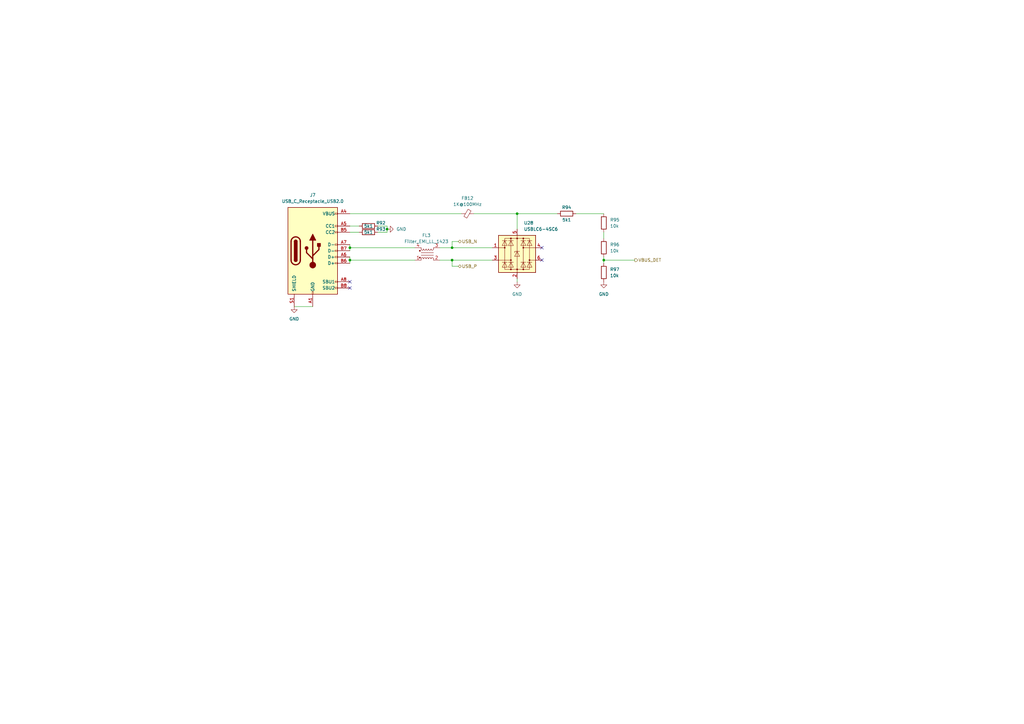
<source format=kicad_sch>
(kicad_sch (version 20211123) (generator eeschema)
  (paper "A3")
  (title_block (title "Kirdy") (date "2022-07-03") (rev "r0.1") (company "M-Labs") (comment 1 "Alex Wong Tat Hang"))
  (lib_symbols
    (symbol "Connector:USB_C_Receptacle_USB2.0" (pin_names (offset 1.016))
      (property "Reference" "J" (at -10.16 19.05 0))
      (property "Value" "USB_C_Receptacle_USB2.0" (at 19.05 19.05 0))
      (symbol "USB_C_Receptacle_USB2.0_0_0"
        (rectangle (start -0.254 -17.78) (end 0.254 -16.764))
        (rectangle (start 10.16 -14.986) (end 9.144 -15.494))
        (rectangle (start 10.16 -12.446) (end 9.144 -12.954))
        (rectangle (start 10.16 -4.826) (end 9.144 -5.334))
        (rectangle (start 10.16 -2.286) (end 9.144 -2.794))
        (rectangle (start 10.16 0.254) (end 9.144 -0.254))
        (rectangle (start 10.16 2.794) (end 9.144 2.286))
        (rectangle (start 10.16 7.874) (end 9.144 7.366))
        (rectangle (start 10.16 10.414) (end 9.144 9.906))
        (rectangle (start 10.16 15.494) (end 9.144 14.986))
      )
      (symbol "USB_C_Receptacle_USB2.0_0_1"
        (rectangle (start -10.16 17.78) (end 10.16 -17.78) (stroke (width 0.254)) (fill (type background)))
        (arc (start -8.89 -3.81) (mid -6.985 -5.715) (end -5.08 -3.81) (stroke (width 0.508)))
        (arc (start -7.62 -3.81) (mid -6.985 -4.445) (end -6.35 -3.81) (stroke (width 0.254)))
        (arc (start -7.62 -3.81) (mid -6.985 -4.445) (end -6.35 -3.81) (stroke (width 0.254)) (fill (type outline)))
        (rectangle (start -7.62 -3.81) (end -6.35 3.81) (stroke (width 0.254)) (fill (type outline)))
        (arc (start -6.35 3.81) (mid -6.985 4.445) (end -7.62 3.81) (stroke (width 0.254)))
        (arc (start -6.35 3.81) (mid -6.985 4.445) (end -7.62 3.81) (stroke (width 0.254)) (fill (type outline)))
        (arc (start -5.08 3.81) (mid -6.985 5.715) (end -8.89 3.81) (stroke (width 0.508)))
        (circle (center -2.54 1.143) (radius 0.635) (stroke (width 0.254)) (fill (type outline)))
        (circle (center 0 -5.842) (radius 1.27) (fill (type outline)))
        (polyline (pts (xy -8.89 -3.81) (xy -8.89 3.81)) (stroke (width 0.508)))
        (polyline (pts (xy -5.08 3.81) (xy -5.08 -3.81)) (stroke (width 0.508)))
        (polyline (pts (xy 0 -5.842) (xy 0 4.318)) (stroke (width 0.508)))
        (polyline (pts (xy 0 -3.302) (xy -2.54 -0.762) (xy -2.54 0.508)) (stroke (width 0.508)))
        (polyline (pts (xy 0 -2.032) (xy 2.54 0.508) (xy 2.54 1.778)) (stroke (width 0.508)))
        (polyline (pts (xy -1.27 4.318) (xy 0 6.858) (xy 1.27 4.318) (xy -1.27 4.318)) (stroke (width 0.254)) (fill (type outline)))
        (rectangle (start 1.905 1.778) (end 3.175 3.048) (stroke (width 0.254)) (fill (type outline)))
      )
      (symbol "USB_C_Receptacle_USB2.0_1_1"
        (pin passive line (at 0 -22.86 90) (length 5.08) (name "GND") (number "A1"))
        (pin passive line (at 0 -22.86 90) (length 5.08) hide (name "GND") (number "A12"))
        (pin passive line (at 15.24 15.24 180) (length 5.08) (name "VBUS") (number "A4"))
        (pin bidirectional line (at 15.24 10.16 180) (length 5.08) (name "CC1") (number "A5"))
        (pin bidirectional line (at 15.24 -2.54 180) (length 5.08) (name "D+") (number "A6"))
        (pin bidirectional line (at 15.24 2.54 180) (length 5.08) (name "D-") (number "A7"))
        (pin bidirectional line (at 15.24 -12.7 180) (length 5.08) (name "SBU1") (number "A8"))
        (pin passive line (at 15.24 15.24 180) (length 5.08) hide (name "VBUS") (number "A9"))
        (pin passive line (at 0 -22.86 90) (length 5.08) hide (name "GND") (number "B1"))
        (pin passive line (at 0 -22.86 90) (length 5.08) hide (name "GND") (number "B12"))
        (pin passive line (at 15.24 15.24 180) (length 5.08) hide (name "VBUS") (number "B4"))
        (pin bidirectional line (at 15.24 7.62 180) (length 5.08) (name "CC2") (number "B5"))
        (pin bidirectional line (at 15.24 -5.08 180) (length 5.08) (name "D+") (number "B6"))
        (pin bidirectional line (at 15.24 0 180) (length 5.08) (name "D-") (number "B7"))
        (pin bidirectional line (at 15.24 -15.24 180) (length 5.08) (name "SBU2") (number "B8"))
        (pin passive line (at 15.24 15.24 180) (length 5.08) hide (name "VBUS") (number "B9"))
        (pin passive line (at -7.62 -22.86 90) (length 5.08) (name "SHIELD") (number "S1"))
      )
    )
    (symbol "Device:FerriteBead_Small" (pin_numbers hide) (pin_names (offset 0))
      (property "Reference" "FB" (at 1.905 1.27 0))
      (property "Value" "FerriteBead_Small" (at 1.905 -1.27 0))
      (symbol "FerriteBead_Small_0_1"
        (polyline (pts (xy 0 -1.27) (xy 0 -0.7874)))
        (polyline (pts (xy 0 0.889) (xy 0 1.2954)))
        (polyline (pts (xy -1.8288 0.2794) (xy -1.1176 1.4986) (xy 1.8288 -0.2032) (xy 1.1176 -1.4224) (xy -1.8288 0.2794)))
      )
      (symbol "FerriteBead_Small_1_1"
        (pin passive line (at 0 2.54 270) (length 1.27) (name "~") (number "1"))
        (pin passive line (at 0 -2.54 90) (length 1.27) (name "~") (number "2"))
      )
    )
    (symbol "Device:R" (pin_numbers hide) (pin_names (offset 0))
      (property "Reference" "R" (at 2.032 0 90))
      (property "Value" "R" (at 0 0 90))
      (symbol "R_0_1"
        (rectangle (start -1.016 -2.54) (end 1.016 2.54) (stroke (width 0.254)))
      )
      (symbol "R_1_1"
        (pin passive line (at 0 3.81 270) (length 1.27) (name "~") (number "1"))
        (pin passive line (at 0 -3.81 90) (length 1.27) (name "~") (number "2"))
      )
    )
    (symbol "Power_Protection:USBLC6-4SC6" (pin_names hide)
      (property "Reference" "U" (at 2.54 8.89 0))
      (property "Value" "USBLC6-4SC6" (at 2.54 -8.89 0))
      (symbol "USBLC6-4SC6_0_1"
        (rectangle (start -7.62 -7.62) (end 7.62 7.62) (stroke (width 0.254)) (fill (type background)))
        (circle (center -5.08 2.54) (radius 0.254) (fill (type outline)))
        (circle (center -2.54 -6.35) (radius 0.254) (fill (type outline)))
        (circle (center -2.54 -2.54) (radius 0.254) (fill (type outline)))
        (circle (center -2.54 6.35) (radius 0.254) (fill (type outline)))
        (rectangle (start -2.54 6.35) (end 2.54 -6.35))
        (circle (center 0 -6.35) (radius 0.254) (fill (type outline)))
        (polyline (pts (xy -5.08 2.54) (xy -7.62 2.54)))
        (polyline (pts (xy -4.064 -3.429) (xy -6.096 -3.429)))
        (polyline (pts (xy -4.064 5.461) (xy -6.096 5.461)))
        (polyline (pts (xy -2.54 -2.54) (xy -7.62 -2.54)))
        (polyline (pts (xy -1.524 -3.429) (xy -3.556 -3.429)))
        (polyline (pts (xy -1.524 5.461) (xy -3.556 5.461)))
        (polyline (pts (xy 0 -7.62) (xy 0 -6.35)))
        (polyline (pts (xy 0 -6.35) (xy 0 1.27)))
        (polyline (pts (xy 0 1.27) (xy 0 6.35)))
        (polyline (pts (xy 0 6.35) (xy 0 7.62)))
        (polyline (pts (xy 1.524 -3.429) (xy 3.556 -3.429)))
        (polyline (pts (xy 1.524 5.461) (xy 3.556 5.461)))
        (polyline (pts (xy 2.54 2.54) (xy 7.62 2.54)))
        (polyline (pts (xy 4.064 -3.429) (xy 6.096 -3.429)))
        (polyline (pts (xy 4.064 5.461) (xy 6.096 5.461)))
        (polyline (pts (xy 5.08 -2.54) (xy 7.62 -2.54)))
        (polyline (pts (xy -6.096 -5.461) (xy -4.064 -5.461) (xy -5.08 -3.429) (xy -6.096 -5.461)))
        (polyline (pts (xy -6.096 3.429) (xy -4.064 3.429) (xy -5.08 5.461) (xy -6.096 3.429)))
        (polyline (pts (xy -3.556 -5.461) (xy -1.524 -5.461) (xy -2.54 -3.429) (xy -3.556 -5.461)))
        (polyline (pts (xy -3.556 3.429) (xy -1.524 3.429) (xy -2.54 5.461) (xy -3.556 3.429)))
        (polyline (pts (xy -2.54 6.35) (xy -5.08 6.35) (xy -5.08 -6.35) (xy -2.54 -6.35)))
        (polyline (pts (xy -1.016 -1.016) (xy 1.016 -1.016) (xy 0 1.016) (xy -1.016 -1.016)))
        (polyline (pts (xy 1.016 1.016) (xy 0.762 1.016) (xy -1.016 1.016) (xy -1.016 0.508)))
        (polyline (pts (xy 2.54 6.35) (xy 5.08 6.35) (xy 5.08 -6.35) (xy 2.54 -6.35)))
        (polyline (pts (xy 3.556 -5.461) (xy 1.524 -5.461) (xy 2.54 -3.429) (xy 3.556 -5.461)))
        (polyline (pts (xy 3.556 3.429) (xy 1.524 3.429) (xy 2.54 5.461) (xy 3.556 3.429)))
        (polyline (pts (xy 6.096 -5.461) (xy 4.064 -5.461) (xy 5.08 -3.429) (xy 6.096 -5.461)))
        (polyline (pts (xy 6.096 3.429) (xy 4.064 3.429) (xy 5.08 5.461) (xy 6.096 3.429)))
        (circle (center 0 6.35) (radius 0.254) (fill (type outline)))
        (circle (center 2.54 -6.35) (radius 0.254) (fill (type outline)))
        (circle (center 2.54 2.54) (radius 0.254) (fill (type outline)))
        (circle (center 2.54 6.35) (radius 0.254) (fill (type outline)))
        (circle (center 5.08 -2.54) (radius 0.254) (fill (type outline)))
      )
      (symbol "USBLC6-4SC6_1_1"
        (pin passive line (at -10.16 2.54 0) (length 2.54) (name "I/O1") (number "1"))
        (pin passive line (at 0 -10.16 90) (length 2.54) (name "GND") (number "2"))
        (pin passive line (at -10.16 -2.54 0) (length 2.54) (name "I/O2") (number "3"))
        (pin passive line (at 10.16 2.54 180) (length 2.54) (name "I/O3") (number "4"))
        (pin passive line (at 0 10.16 270) (length 2.54) (name "VBUS") (number "5"))
        (pin passive line (at 10.16 -2.54 180) (length 2.54) (name "I/O4") (number "6"))
      )
    )
    (symbol "kirdy:Filter_EMI_LL_1423" (pin_names (offset 0.254) hide)
      (property "Reference" "FL" (at 0 4.445 0))
      (property "Value" "Filter_EMI_LL_1423" (at 0 -4.445 0))
      (symbol "Filter_EMI_LL_1423_0_1"
        (circle (center -3.048 -1.27) (radius 0.254) (fill (type outline)))
        (circle (center -3.048 1.524) (radius 0.254) (fill (type outline)))
        (arc (start -2.54 2.032) (mid -2.032 1.524) (end -1.524 2.032))
        (arc (start -1.524 -2.032) (mid -2.032 -1.524) (end -2.54 -2.032))
        (arc (start -1.524 2.032) (mid -1.016 1.524) (end -0.508 2.032))
        (arc (start -0.508 -2.032) (mid -1.016 -1.524) (end -1.524 -2.032))
        (arc (start -0.508 2.032) (mid 0 1.524) (end 0.508 2.032))
        (polyline (pts (xy -2.54 -2.032) (xy -2.54 -2.54)))
        (polyline (pts (xy -2.54 0.508) (xy 2.54 0.508)))
        (polyline (pts (xy -2.54 2.032) (xy -2.54 2.54)))
        (polyline (pts (xy 2.54 -2.032) (xy 2.54 -2.54)))
        (polyline (pts (xy 2.54 -0.508) (xy -2.54 -0.508)))
        (polyline (pts (xy 2.54 2.54) (xy 2.54 2.032)))
        (arc (start 0.508 -2.032) (mid 0 -1.524) (end -0.508 -2.032))
        (arc (start 0.508 2.032) (mid 1.016 1.524) (end 1.524 2.032))
        (arc (start 1.524 -2.032) (mid 1.016 -1.524) (end 0.508 -2.032))
        (arc (start 1.524 2.032) (mid 2.032 1.524) (end 2.54 2.032))
        (arc (start 2.54 -2.032) (mid 2.032 -1.524) (end 1.524 -2.032))
      )
      (symbol "Filter_EMI_LL_1423_1_1"
        (pin passive line (at -5.08 2.54 0) (length 2.54) (name "1") (number "1"))
        (pin passive line (at 5.08 2.54 180) (length 2.54) (name "2") (number "2"))
        (pin passive line (at 5.08 -2.54 180) (length 2.54) (name "3") (number "3"))
        (pin passive line (at -5.08 -2.54 0) (length 2.54) (name "4") (number "4"))
      )
    )
    (symbol "power:GND" (power) (pin_names (offset 0))
      (property "Value" "GND" (at 0 -3.81 0))
      (symbol "GND_0_1"
        (polyline (pts (xy 0 0) (xy 0 -1.27) (xy 1.27 -1.27) (xy 0 -2.54) (xy -1.27 -1.27) (xy 0 -1.27)))
      )
      (symbol "GND_1_1"
        (pin power_in line (at 0 0 270) (length 0) hide (name "GND") (number "1"))
      )
    )
  )
  (junction (at 143.51 101.6))
  (junction (at 143.51 106.68))
  (junction (at 212.09 87.63))
  (junction (at 247.65 106.68))
  (junction (at 185.42 101.6))
  (junction (at 158.75 93.98))
  (junction (at 185.42 106.68))
  (no_connect (at 222.25 106.68))
  (no_connect (at 222.25 101.6))
  (no_connect (at 143.51 118.11))
  (no_connect (at 143.51 115.57))
  (wire (pts (xy 143.51 106.68) (xy 143.51 107.95)))
  (wire (pts (xy 185.42 109.22) (xy 185.42 106.68)))
  (wire (pts (xy 143.51 87.63) (xy 189.23 87.63)))
  (wire (pts (xy 180.34 106.68) (xy 185.42 106.68)))
  (wire (pts (xy 158.75 95.25) (xy 158.75 93.98)))
  (wire (pts (xy 247.65 105.41) (xy 247.65 106.68)))
  (wire (pts (xy 187.96 99.06) (xy 185.42 99.06)))
  (wire (pts (xy 212.09 115.57) (xy 212.09 114.3)))
  (wire (pts (xy 247.65 106.68) (xy 247.65 107.95)))
  (wire (pts (xy 158.75 93.98) (xy 158.75 92.71)))
  (wire (pts (xy 180.34 101.6) (xy 185.42 101.6)))
  (wire (pts (xy 247.65 95.25) (xy 247.65 97.79)))
  (wire (pts (xy 143.51 101.6) (xy 143.51 102.87)))
  (wire (pts (xy 143.51 105.41) (xy 143.51 106.68)))
  (wire (pts (xy 236.22 87.63) (xy 247.65 87.63)))
  (wire (pts (xy 154.94 95.25) (xy 158.75 95.25)))
  (wire (pts (xy 158.75 92.71) (xy 154.94 92.71)))
  (wire (pts (xy 120.65 125.73) (xy 128.27 125.73)))
  (wire (pts (xy 212.09 87.63) (xy 212.09 93.98)))
  (wire (pts (xy 185.42 101.6) (xy 201.93 101.6)))
  (wire (pts (xy 194.31 87.63) (xy 212.09 87.63)))
  (wire (pts (xy 143.51 101.6) (xy 170.18 101.6)))
  (wire (pts (xy 143.51 106.68) (xy 170.18 106.68)))
  (wire (pts (xy 185.42 99.06) (xy 185.42 101.6)))
  (wire (pts (xy 143.51 95.25) (xy 147.32 95.25)))
  (wire (pts (xy 247.65 106.68) (xy 260.35 106.68)))
  (wire (pts (xy 212.09 87.63) (xy 228.6 87.63)))
  (wire (pts (xy 187.96 109.22) (xy 185.42 109.22)))
  (wire (pts (xy 185.42 106.68) (xy 201.93 106.68)))
  (wire (pts (xy 143.51 100.33) (xy 143.51 101.6)))
  (wire (pts (xy 143.51 92.71) (xy 147.32 92.71)))
  (hierarchical_label "VBUS_DET" (shape output) (at 260.35 106.68 0))
  (hierarchical_label "USB_N" (shape bidirectional) (at 187.96 99.06 0))
  (hierarchical_label "USB_P" (shape bidirectional) (at 187.96 109.22 0))
  (symbol (lib_id "power:GND") (at 247.65 115.57 0) (unit 1)
    (property "Reference" "#PWR0155" (effects hide))
    (property "Value" "GND" (at 247.65 120.65 0))
  )
  (symbol (lib_id "power:GND") (at 158.75 93.98 90) (unit 1)
    (property "Reference" "#PWR0153" (effects hide))
    (property "Value" "GND" (at 162.56 93.9799 90) (effects (justify right)))
  )
  (symbol (lib_id "power:GND") (at 212.09 115.57 0) (unit 1)
    (property "Reference" "#PWR0154" (effects hide))
    (property "Value" "GND" (at 212.09 120.65 0))
  )
  (symbol (lib_id "kirdy:Filter_EMI_LL_1423") (at 175.26 104.14 0) (mirror x) (unit 1)
    (property "Reference" "FL3" (at 174.879 96.52 0))
    (property "Value" "Filter_EMI_LL_1423" (at 174.879 99.06 0))
    (property "Footprint" "Inductor_SMD:L_CommonModeChoke_Coilcraft_0603USB" (effects hide))
    (property "MFR_PN" "ACM-0603-121-T" (effects hide))
  )
  (symbol (lib_id "Connector:USB_C_Receptacle_USB2.0") (at 128.27 102.87 0) (unit 1)
    (property "Reference" "J7" (at 128.27 80.01 0))
    (property "Value" "USB_C_Receptacle_USB2.0" (at 128.27 82.55 0))
    (property "Footprint" "Connector_USB:USB_C_Receptacle_HRO_TYPE-C-31-M-12" (effects hide))
    (property "Datasheet" "https://www.usb.org/sites/default/files/documents/usb_type-c.zip" (effects hide))
    (property "MFR_PN" "TYPE-C-31-M-12" (effects hide))
    (property "MFR_PN_ALT" "USB4105-GF-A" (effects hide))
  )
  (symbol (lib_id "Device:R") (at 151.13 92.71 90) (unit 1)
    (property "Reference" "R92" (at 156.21 91.44 90))
    (property "Value" "5k1" (at 151.13 92.71 90))
    (property "Footprint" "Resistor_SMD:R_0603_1608Metric" (effects hide))
    (property "MFR_PN" "RMCF0603FT5K10" (effects hide))
    (property "MFR_PN_ALT" "CR0603-FX-5101ELF" (effects hide))
  )
  (symbol (lib_id "Device:R") (at 247.65 111.76 180) (unit 1)
    (property "Reference" "R97" (at 250.19 110.4899 0) (effects (justify right)))
    (property "Value" "10k" (at 250.19 113.0299 0) (effects (justify right)))
    (property "Footprint" "Resistor_SMD:R_0603_1608Metric" (effects hide))
    (property "MFR_PN" "RNCP0603FTD10K0" (effects hide))
    (property "MFR_PN_ALT" "RMCF0603FT10K0" (effects hide))
  )
  (symbol (lib_id "Power_Protection:USBLC6-4SC6") (at 212.09 104.14 0) (unit 1)
    (property "Reference" "U28" (at 214.8587 91.44 0) (effects (justify left)))
    (property "Value" "USBLC6-4SC6" (at 214.8587 93.98 0) (effects (justify left)))
    (property "Footprint" "Package_TO_SOT_SMD:SOT-23-6" (effects hide))
    (property "Datasheet" "https://www.st.com/resource/en/datasheet/usblc6-4.pdf" (effects hide))
    (property "MFR_PN" "USBLC6-4SC6Y" (effects hide))
    (property "MFR_PN_ALT" "USBLC6-4SC6" (effects hide))
  )
  (symbol (lib_id "Device:FerriteBead_Small") (at 191.77 87.63 90) (unit 1)
    (property "Reference" "FB12" (at 191.7319 81.28 90))
    (property "Value" "1K@100MHz" (at 191.7319 83.82 90))
    (property "Footprint" "Inductor_SMD:L_1210_3225Metric" (effects hide))
    (property "MFR_PN" "FBMH3225HM102NT" (effects hide))
    (property "MFR_PN_ALT" "FBMH3225HM102NTV" (effects hide))
  )
  (symbol (lib_id "Device:R") (at 151.13 95.25 90) (unit 1)
    (property "Reference" "R93" (at 156.21 93.98 90))
    (property "Value" "5k1" (at 151.13 95.25 90))
    (property "Footprint" "Resistor_SMD:R_0603_1608Metric" (effects hide))
    (property "MFR_PN" "RMCF0603FT5K10" (effects hide))
    (property "MFR_PN_ALT" "CR0603-FX-5101ELF" (effects hide))
  )
  (symbol (lib_id "Device:R") (at 232.41 87.63 90) (unit 1)
    (property "Reference" "R94" (at 232.41 85.09 90))
    (property "Value" "5k1" (at 232.41 90.17 90))
    (property "Footprint" "Resistor_SMD:R_0603_1608Metric" (effects hide))
    (property "MFR_PN" "RMCF0603FT5K10" (effects hide))
    (property "MFR_PN_ALT" "CR0603-FX-5101ELF" (effects hide))
  )
  (symbol (lib_id "Device:R") (at 247.65 101.6 180) (unit 1)
    (property "Reference" "R96" (at 250.19 100.3299 0) (effects (justify right)))
    (property "Value" "10k" (at 250.19 102.8699 0) (effects (justify right)))
    (property "Footprint" "Resistor_SMD:R_0603_1608Metric" (effects hide))
    (property "MFR_PN" "RNCP0603FTD10K0" (effects hide))
    (property "MFR_PN_ALT" "RMCF0603FT10K0" (effects hide))
  )
  (symbol (lib_id "Device:R") (at 247.65 91.44 180) (unit 1)
    (property "Reference" "R95" (at 250.19 90.1699 0) (effects (justify right)))
    (property "Value" "10k" (at 250.19 92.7099 0) (effects (justify right)))
    (property "Footprint" "Resistor_SMD:R_0603_1608Metric" (effects hide))
    (property "MFR_PN" "RNCP0603FTD10K0" (effects hide))
    (property "MFR_PN_ALT" "RMCF0603FT10K0" (effects hide))
  )
  (symbol (lib_id "power:GND") (at 120.65 125.73 0) (unit 1)
    (property "Reference" "#PWR0152" (effects hide))
    (property "Value" "GND" (at 120.65 130.81 0))
  )
)
</source>
